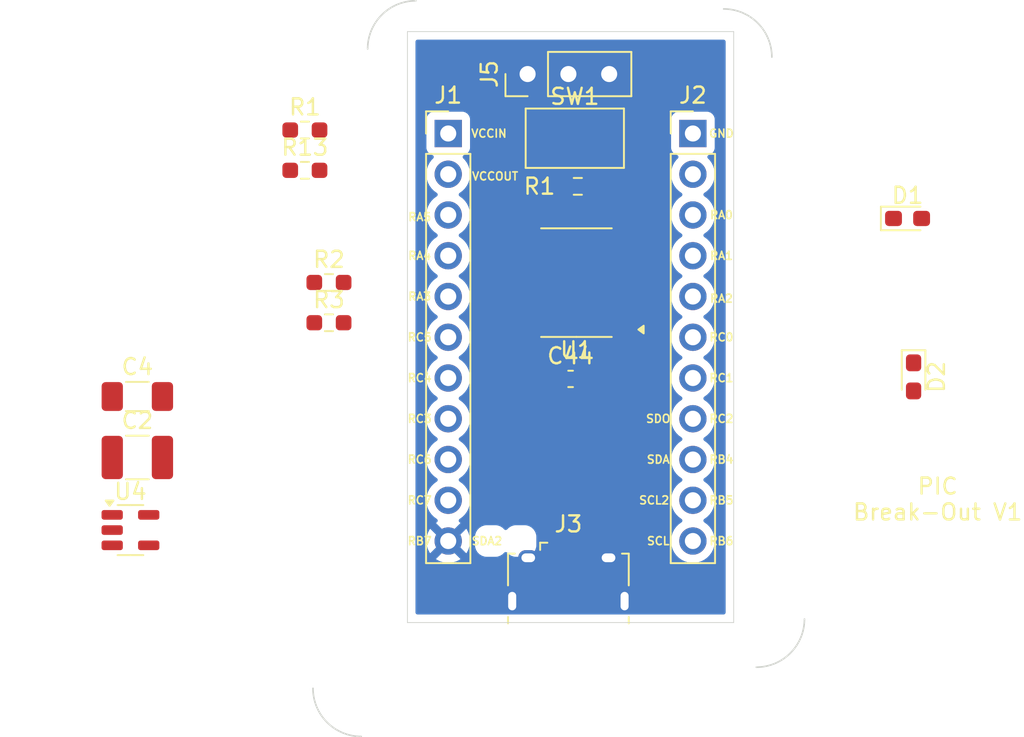
<source format=kicad_pcb>
(kicad_pcb (version 20241229) (generator "pcbnew") (generator_version "9.0")
  (layers (0 "F.Cu" signal) (2 "B.Cu" signal) (13 "F.Paste" user) (15 "B.Paste" user) (5 "F.SilkS" user "F.Silkscreen") (7 "B.SilkS" user "B.Silkscreen") (1 "F.Mask" user) (3 "B.Mask" user) (25 "Edge.Cuts" user))
  (net 0 "")
  (net 1 "GND")
  (net 2 "Net-(J3-VBUS)")
  (net 3 "Net-(D1-K)")
  (net 4 "PD1")
  (net 5 "Net-(D2-K)")
  (net 6 "PC5")
  (net 7 "PC3")
  (net 8 "PD3")
  (net 9 "+3V3")
  (net 10 "PD2")
  (net 11 "PD4")
  (net 16 "PC7")
  (net 17 "PC6")
  (net 18 "PC0")
  (net 19 "PD0")
  (net 20 "PC4")
  (net 21 "PD5")
  (net 22 "PC2")
  (net 23 "PA2")
  (net 24 "PA1")
  (net 25 "PC1")
  (net 26 "PD6")
  (net 28 "PD7")
  (footprint "LED_SMD:LED_0603_1608Metric_Pad1.05x0.95mm_HandSolder" (layer "F.Cu") (at 212.5 131.375 -90)
    (property "Reference" "D2" (at 0 -1.43 270) (layer "F.SilkS"))
    (property "Value" "LED")
    (fp_line (start -1.66 0.735) (end 0.8 0.735) (stroke (width 0.12)) (layer "F.SilkS"))
    (fp_line (start -1.66 -0.735) (end -1.66 0.735) (stroke (width 0.12)) (layer "F.SilkS"))
    (fp_line (start 0.8 -0.735) (end -1.66 -0.735) (stroke (width 0.12)) (layer "F.SilkS"))
    (pad "1" smd roundrect (at -0.875 0 270) (size 1.05 0.95) (layers "F.Cu" "F.Mask" "F.Paste") (net 5 "Net-(D2-K)"))
    (pad "2" smd roundrect (at 0.875 0 270) (size 1.05 0.95) (layers "F.Cu" "F.Mask" "F.Paste") (net 9 "+3V3"))
  )
  (footprint "Resistor_SMD:R_0603_1608Metric_Pad0.98x0.95mm_HandSolder" (layer "F.Cu") (at 191.5875 119.5)
    (property "Reference" "R1" (at -2.3895 0 0) (layer "F.SilkS"))
    (property "Value" "10k")
    (fp_line (start 0.254724 -0.5225) (end -0.254724 -0.5225) (stroke (width 0.12)) (layer "F.SilkS"))
    (fp_line (start 0.254724 0.5225) (end -0.254724 0.5225) (stroke (width 0.12)) (layer "F.SilkS"))
    (pad "1" smd roundrect (at -0.9125 0) (size 0.975 0.95) (layers "F.Cu" "F.Mask" "F.Paste") (net 9 "+3V3"))
    (pad "2" smd roundrect (at 0.9125 0) (size 0.975 0.95) (layers "F.Cu" "F.Mask" "F.Paste") (net 28 "PD7"))
  )
  (footprint "Connector_PinHeader_2.54mm:PinHeader_1x11_P2.54mm_Vertical" (layer "F.Cu") (at 183.515 116.205)
    (property "Reference" "J1" (at 0 -2.38 0) (layer "F.SilkS"))
    (property "Value" "Conn_01x11_Pin")
    (fp_line (start -1.38 -1.38) (end 0 -1.38) (stroke (width 0.12)) (layer "F.SilkS"))
    (fp_line (start -1.38 0) (end -1.38 -1.38) (stroke (width 0.12)) (layer "F.SilkS"))
    (fp_line (start -1.38 1.27) (end -1.38 26.78) (stroke (width 0.12)) (layer "F.SilkS"))
    (fp_line (start -1.38 1.27) (end 1.38 1.27) (stroke (width 0.12)) (layer "F.SilkS"))
    (fp_line (start -1.38 26.78) (end 1.38 26.78) (stroke (width 0.12)) (layer "F.SilkS"))
    (fp_line (start 1.38 1.27) (end 1.38 26.78) (stroke (width 0.12)) (layer "F.SilkS"))
    (pad "1" thru_hole rect (at 0 0) (size 1.7 1.7) (drill 1) (layers "*.Cu" "*.Mask") (net 6 "PC5"))
    (pad "2" thru_hole circle (at 0 2.54) (size 1.7 1.7) (drill 1) (layers "*.Cu" "*.Mask") (net 17 "PC6"))
    (pad "3" thru_hole circle (at 0 5.08) (size 1.7 1.7) (drill 1) (layers "*.Cu" "*.Mask") (net 16 "PC7"))
    (pad "4" thru_hole circle (at 0 7.62) (size 1.7 1.7) (drill 1) (layers "*.Cu" "*.Mask") (net 19 "PD0"))
    (pad "5" thru_hole circle (at 0 10.16) (size 1.7 1.7) (drill 1) (layers "*.Cu" "*.Mask") (net 4 "PD1"))
    (pad "6" thru_hole circle (at 0 12.7) (size 1.7 1.7) (drill 1) (layers "*.Cu" "*.Mask") (net 10 "PD2"))
    (pad "7" thru_hole circle (at 0 15.24) (size 1.7 1.7) (drill 1) (layers "*.Cu" "*.Mask") (net 8 "PD3"))
    (pad "8" thru_hole circle (at 0 17.78) (size 1.7 1.7) (drill 1) (layers "*.Cu" "*.Mask") (net 11 "PD4"))
    (pad "9" thru_hole circle (at 0 20.32) (size 1.7 1.7) (drill 1) (layers "*.Cu" "*.Mask") (net 28 "PD7"))
    (pad "10" thru_hole circle (at 0 22.86) (size 1.7 1.7) (drill 1) (layers "*.Cu" "*.Mask") (net 9 "+3V3"))
    (pad "11" thru_hole circle (at 0 25.4) (size 1.7 1.7) (drill 1) (layers "*.Cu" "*.Mask") (net 1 "GND"))
  )
  (footprint "Connector_PinHeader_2.54mm:PinHeader_1x11_P2.54mm_Vertical" (layer "F.Cu") (at 198.755 116.205)
    (property "Reference" "J2" (at 0 -2.38 0) (layer "F.SilkS"))
    (property "Value" "Conn_01x11_Pin")
    (fp_line (start -1.38 -1.38) (end 0 -1.38) (stroke (width 0.12)) (layer "F.SilkS"))
    (fp_line (start -1.38 0) (end -1.38 -1.38) (stroke (width 0.12)) (layer "F.SilkS"))
    (fp_line (start -1.38 1.27) (end -1.38 26.78) (stroke (width 0.12)) (layer "F.SilkS"))
    (fp_line (start -1.38 1.27) (end 1.38 1.27) (stroke (width 0.12)) (layer "F.SilkS"))
    (fp_line (start -1.38 26.78) (end 1.38 26.78) (stroke (width 0.12)) (layer "F.SilkS"))
    (fp_line (start 1.38 1.27) (end 1.38 26.78) (stroke (width 0.12)) (layer "F.SilkS"))
    (pad "1" thru_hole rect (at 0 0) (size 1.7 1.7) (drill 1) (layers "*.Cu" "*.Mask") (net 20 "PC4"))
    (pad "2" thru_hole circle (at 0 2.54) (size 1.7 1.7) (drill 1) (layers "*.Cu" "*.Mask") (net 7 "PC3"))
    (pad "3" thru_hole circle (at 0 5.08) (size 1.7 1.7) (drill 1) (layers "*.Cu" "*.Mask") (net 22 "PC2"))
    (pad "4" thru_hole circle (at 0 7.62) (size 1.7 1.7) (drill 1) (layers "*.Cu" "*.Mask") (net 25 "PC1"))
    (pad "5" thru_hole circle (at 0 10.16) (size 1.7 1.7) (drill 1) (layers "*.Cu" "*.Mask") (net 18 "PC0"))
    (pad "6" thru_hole circle (at 0 12.7) (size 1.7 1.7) (drill 1) (layers "*.Cu" "*.Mask") (net 23 "PA2"))
    (pad "7" thru_hole circle (at 0 15.24) (size 1.7 1.7) (drill 1) (layers "*.Cu" "*.Mask") (net 24 "PA1"))
    (pad "8" thru_hole circle (at 0 17.78) (size 1.7 1.7) (drill 1) (layers "*.Cu" "*.Mask") (net 26 "PD6"))
    (pad "9" thru_hole circle (at 0 20.32) (size 1.7 1.7) (drill 1) (layers "*.Cu" "*.Mask") (net 21 "PD5"))
    (pad "10" thru_hole circle (at 0 22.86) (size 1.7 1.7) (drill 1) (layers "*.Cu" "*.Mask") (net 9 "+3V3"))
    (pad "11" thru_hole circle (at 0 25.4) (size 1.7 1.7) (drill 1) (layers "*.Cu" "*.Mask") (net 1 "GND"))
  )
  (footprint "Package_TO_SOT_SMD:SOT-23-5" (layer "F.Cu") (at 163.7231 140.924)
    (property "Reference" "U4" (at 0 -2.4 0) (layer "F.SilkS"))
    (property "Value" "MIC5317-3.3YM5-TR")
    (fp_line (start 0 -1.56) (end -0.8 -1.56) (stroke (width 0.12)) (layer "F.SilkS"))
    (fp_line (start 0 -1.56) (end 0.8 -1.56) (stroke (width 0.12)) (layer "F.SilkS"))
    (fp_line (start 0 1.56) (end -0.8 1.56) (stroke (width 0.12)) (layer "F.SilkS"))
    (fp_line (start 0 1.56) (end 0.8 1.56) (stroke (width 0.12)) (layer "F.SilkS"))
    (fp_poly (pts (xy -1.3 -1.51) (xy -1.54 -1.84) (xy -1.06 -1.84)) (stroke (width 0.12)) (fill yes) (layer "F.SilkS"))
    (pad "1" smd roundrect (at -1.1375 -0.95) (size 1.325 0.6) (layers "F.Cu" "F.Mask" "F.Paste") (net 2 "Net-(J3-VBUS)"))
    (pad "2" smd roundrect (at -1.1375 0) (size 1.325 0.6) (layers "F.Cu" "F.Mask" "F.Paste") (net 1 "GND"))
    (pad "3" smd roundrect (at -1.1375 0.95) (size 1.325 0.6) (layers "F.Cu" "F.Mask" "F.Paste") (net 2 "Net-(J3-VBUS)"))
    (pad "4" smd roundrect (at 1.1375 0.95) (size 1.325 0.6) (layers "F.Cu" "F.Mask" "F.Paste"))
    (pad "5" smd roundrect (at 1.1375 -0.95) (size 1.325 0.6) (layers "F.Cu" "F.Mask" "F.Paste") (net 9 "+3V3"))
  )
  (footprint "Resistor_SMD:R_0603_1608Metric_Pad0.98x0.95mm_HandSolder" (layer "F.Cu") (at 174.5875 118.5)
    (property "Reference" "R13" (at 0 -1.43 0) (layer "F.SilkS"))
    (property "Value" "0R")
    (fp_line (start -0.254724 -0.5225) (end 0.254724 -0.5225) (stroke (width 0.12)) (layer "F.SilkS"))
    (fp_line (start -0.254724 0.5225) (end 0.254724 0.5225) (stroke (width 0.12)) (layer "F.SilkS"))
    (pad "1" smd roundrect (at -0.9125 0) (size 0.975 0.95) (layers "F.Cu" "F.Mask" "F.Paste") (net 9 "+3V3"))
    (pad "2" smd roundrect (at 0.9125 0) (size 0.975 0.95) (layers "F.Cu" "F.Mask" "F.Paste") (net 2 "Net-(J3-VBUS)"))
  )
  (footprint "LED_SMD:LED_0603_1608Metric_Pad1.05x0.95mm_HandSolder" (layer "F.Cu") (at 212.125 121.5)
    (property "Reference" "D1" (at 0 -1.43 0) (layer "F.SilkS"))
    (property "Value" "LED")
    (fp_line (start -1.66 -0.735) (end -1.66 0.735) (stroke (width 0.12)) (layer "F.SilkS"))
    (fp_line (start -1.66 0.735) (end 0.8 0.735) (stroke (width 0.12)) (layer "F.SilkS"))
    (fp_line (start 0.8 -0.735) (end -1.66 -0.735) (stroke (width 0.12)) (layer "F.SilkS"))
    (pad "1" smd roundrect (at -0.875 0) (size 1.05 0.95) (layers "F.Cu" "F.Mask" "F.Paste") (net 3 "Net-(D1-K)"))
    (pad "2" smd roundrect (at 0.875 0) (size 1.05 0.95) (layers "F.Cu" "F.Mask" "F.Paste") (net 9 "+3V3"))
  )
  (footprint "Capacitor_SMD:C_1206_3216Metric_Pad1.33x1.80mm_HandSolder" (layer "F.Cu") (at 164.1531 132.599)
    (property "Reference" "C4" (at 0 -1.85 0) (layer "F.SilkS"))
    (property "Value" "10uF/50V")
    (fp_line (start -0.711252 -0.91) (end 0.711252 -0.91) (stroke (width 0.12)) (layer "F.SilkS"))
    (fp_line (start -0.711252 0.91) (end 0.711252 0.91) (stroke (width 0.12)) (layer "F.SilkS"))
    (pad "1" smd roundrect (at -1.5625 0) (size 1.325 1.8) (layers "F.Cu" "F.Mask" "F.Paste") (roundrect_rratio 0.188679) (net 9 "+3V3"))
    (pad "2" smd roundrect (at 1.5625 0) (size 1.325 1.8) (layers "F.Cu" "F.Mask" "F.Paste") (roundrect_rratio 0.188679) (net 1 "GND"))
  )
  (footprint "Connector_PinHeader_2.54mm:PinHeader_1x03_P2.54mm_Vertical" (layer "F.Cu") (at 188.46 112.5 90)
    (property "Reference" "J5" (at 0 -2.38 90) (layer "F.SilkS"))
    (property "Value" "SWIO")
    (fp_line (start -1.38 -1.38) (end 0 -1.38) (stroke (width 0.12)) (layer "F.SilkS"))
    (fp_line (start -1.38 0) (end -1.38 -1.38) (stroke (width 0.12)) (layer "F.SilkS"))
    (fp_line (start 1.38 1.27) (end 1.38 6.46) (stroke (width 0.12)) (layer "F.SilkS"))
    (fp_line (start -1.38 1.27) (end 1.38 1.27) (stroke (width 0.12)) (layer "F.SilkS"))
    (fp_line (start -1.38 1.27) (end -1.38 6.46) (stroke (width 0.12)) (layer "F.SilkS"))
    (fp_line (start -1.38 6.46) (end 1.38 6.46) (stroke (width 0.12)) (layer "F.SilkS"))
    (pad "1" thru_hole rect (at 0 0 90) (size 1.7 1.7) (drill 1) (layers "*.Cu" "*.Mask") (net 9 "+3V3"))
    (pad "2" thru_hole circle (at 0 2.54 90) (size 1.7 1.7) (drill 1) (layers "*.Cu" "*.Mask") (net 1 "GND"))
    (pad "3" thru_hole circle (at 0 5.08 90) (size 1.7 1.7) (drill 1) (layers "*.Cu" "*.Mask") (net 4 "PD1"))
  )
  (footprint "Capacitor_SMD:C_1210_3225Metric_Pad1.33x2.70mm_HandSolder" (layer "F.Cu") (at 164.1531 136.399)
    (property "Reference" "C2" (at 0 -2.3 0) (layer "F.SilkS"))
    (property "Value" "22uF/25V")
    (fp_line (start -0.711252 -1.36) (end 0.711252 -1.36) (stroke (width 0.12)) (layer "F.SilkS"))
    (fp_line (start -0.711252 1.36) (end 0.711252 1.36) (stroke (width 0.12)) (layer "F.SilkS"))
    (pad "1" smd roundrect (at -1.5625 0) (size 1.325 2.7) (layers "F.Cu" "F.Mask" "F.Paste") (roundrect_rratio 0.188679) (net 2 "Net-(J3-VBUS)"))
    (pad "2" smd roundrect (at 1.5625 0) (size 1.325 2.7) (layers "F.Cu" "F.Mask" "F.Paste") (roundrect_rratio 0.188679) (net 1 "GND"))
  )
  (footprint "Resistor_SMD:R_0603_1608Metric_Pad0.98x0.95mm_HandSolder" (layer "F.Cu") (at 174.5875 115.99)
    (property "Reference" "R1" (at 0 -1.43 0) (layer "F.SilkS"))
    (property "Value" "10k")
    (fp_line (start -0.254724 -0.5225) (end 0.254724 -0.5225) (stroke (width 0.12)) (layer "F.SilkS"))
    (fp_line (start -0.254724 0.5225) (end 0.254724 0.5225) (stroke (width 0.12)) (layer "F.SilkS"))
    (pad "1" smd roundrect (at -0.9125 0) (size 0.975 0.95) (layers "F.Cu" "F.Mask" "F.Paste") (net 9 "+3V3"))
    (pad "2" smd roundrect (at 0.9125 0) (size 0.975 0.95) (layers "F.Cu" "F.Mask" "F.Paste") (net 28 "PD7"))
  )
  (footprint "Resistor_SMD:R_0603_1608Metric_Pad0.98x0.95mm_HandSolder" (layer "F.Cu") (at 176.0875 125.49)
    (property "Reference" "R2" (at 0 -1.43 0) (layer "F.SilkS"))
    (property "Value" "330R")
    (fp_line (start -0.254724 -0.5225) (end 0.254724 -0.5225) (stroke (width 0.12)) (layer "F.SilkS"))
    (fp_line (start -0.254724 0.5225) (end 0.254724 0.5225) (stroke (width 0.12)) (layer "F.SilkS"))
    (pad "1" smd roundrect (at -0.9125 0) (size 0.975 0.95) (layers "F.Cu" "F.Mask" "F.Paste") (net 3 "Net-(D1-K)"))
    (pad "2" smd roundrect (at 0.9125 0) (size 0.975 0.95) (layers "F.Cu" "F.Mask" "F.Paste") (net 1 "GND"))
  )
  (footprint "Button_Switch_SMD:SW_SPST_CK_RS282G05A3" (layer "F.Cu") (at 191.4 116.5)
    (property "Reference" "SW1" (at 0 -2.6 0) (layer "F.SilkS"))
    (property "Value" "SW_Push")
    (fp_line (start -3.06 -1.85) (end 3.06 -1.85) (stroke (width 0.12)) (layer "F.SilkS"))
    (fp_line (start -3.06 1.85) (end -3.06 -1.85) (stroke (width 0.12)) (layer "F.SilkS"))
    (fp_line (start 3.06 -1.85) (end 3.06 1.85) (stroke (width 0.12)) (layer "F.SilkS"))
    (fp_line (start 3.06 1.85) (end -3.06 1.85) (stroke (width 0.12)) (layer "F.SilkS"))
    (pad "1" smd rect (at -3.9 0) (size 1.5 1.5) (layers "F.Cu" "F.Mask" "F.Paste") (net 1 "GND"))
    (pad "2" smd rect (at 3.9 0) (size 1.5 1.5) (layers "F.Cu" "F.Mask" "F.Paste") (net 28 "PD7"))
  )
  (footprint "Package_SO:TSSOP-20_4.4x6.5mm_P0.65mm" (layer "F.Cu") (at 191.5 125.5 180)
    (property "Reference" "U1" (at 0 -4.2 0) (layer "F.SilkS"))
    (property "Value" "CH32V003FxPx")
    (fp_line (start 0 3.385) (end 2.2 3.385) (stroke (width 0.12)) (layer "F.SilkS"))
    (fp_line (start 0 3.385) (end -2.2 3.385) (stroke (width 0.12)) (layer "F.SilkS"))
    (fp_line (start 0 -3.385) (end 2.2 -3.385) (stroke (width 0.12)) (layer "F.SilkS"))
    (fp_line (start 0 -3.385) (end -2.2 -3.385) (stroke (width 0.12)) (layer "F.SilkS"))
    (fp_poly (pts (xy -3.86 -2.925) (xy -4.19 -2.685) (xy -4.19 -3.165)) (stroke (width 0.12)) (fill yes) (layer "F.SilkS"))
    (pad "1" smd roundrect (at -2.8625 -2.925 180) (size 1.475 0.4) (layers "F.Cu" "F.Mask" "F.Paste") (net 11 "PD4"))
    (pad "2" smd roundrect (at -2.8625 -2.275 180) (size 1.475 0.4) (layers "F.Cu" "F.Mask" "F.Paste") (net 21 "PD5"))
    (pad "3" smd roundrect (at -2.8625 -1.625 180) (size 1.475 0.4) (layers "F.Cu" "F.Mask" "F.Paste") (net 26 "PD6"))
    (pad "4" smd roundrect (at -2.8625 -0.975 180) (size 1.475 0.4) (layers "F.Cu" "F.Mask" "F.Paste") (net 28 "PD7"))
    (pad "5" smd roundrect (at -2.8625 -0.325 180) (size 1.475 0.4) (layers "F.Cu" "F.Mask" "F.Paste") (net 24 "PA1"))
    (pad "6" smd roundrect (at -2.8625 0.325 180) (size 1.475 0.4) (layers "F.Cu" "F.Mask" "F.Paste") (net 23 "PA2"))
    (pad "7" smd roundrect (at -2.8625 0.975 180) (size 1.475 0.4) (layers "F.Cu" "F.Mask" "F.Paste") (net 1 "GND"))
    (pad "8" smd roundrect (at -2.8625 1.625 180) (size 1.475 0.4) (layers "F.Cu" "F.Mask" "F.Paste") (net 19 "PD0"))
    (pad "9" smd roundrect (at -2.8625 2.275 180) (size 1.475 0.4) (layers "F.Cu" "F.Mask" "F.Paste") (net 9 "+3V3"))
    (pad "10" smd roundrect (at -2.8625 2.925 180) (size 1.475 0.4) (layers "F.Cu" "F.Mask" "F.Paste") (net 18 "PC0"))
    (pad "11" smd roundrect (at 2.8625 2.925 180) (size 1.475 0.4) (layers "F.Cu" "F.Mask" "F.Paste") (net 25 "PC1"))
    (pad "12" smd roundrect (at 2.8625 2.275 180) (size 1.475 0.4) (layers "F.Cu" "F.Mask" "F.Paste") (net 22 "PC2"))
    (pad "13" smd roundrect (at 2.8625 1.625 180) (size 1.475 0.4) (layers "F.Cu" "F.Mask" "F.Paste") (net 7 "PC3"))
    (pad "14" smd roundrect (at 2.8625 0.975 180) (size 1.475 0.4) (layers "F.Cu" "F.Mask" "F.Paste") (net 20 "PC4"))
    (pad "15" smd roundrect (at 2.8625 0.325 180) (size 1.475 0.4) (layers "F.Cu" "F.Mask" "F.Paste") (net 6 "PC5"))
    (pad "16" smd roundrect (at 2.8625 -0.325 180) (size 1.475 0.4) (layers "F.Cu" "F.Mask" "F.Paste") (net 17 "PC6"))
    (pad "17" smd roundrect (at 2.8625 -0.975 180) (size 1.475 0.4) (layers "F.Cu" "F.Mask" "F.Paste") (net 16 "PC7"))
    (pad "18" smd roundrect (at 2.8625 -1.625 180) (size 1.475 0.4) (layers "F.Cu" "F.Mask" "F.Paste") (net 4 "PD1"))
    (pad "19" smd roundrect (at 2.8625 -2.275 180) (size 1.475 0.4) (layers "F.Cu" "F.Mask" "F.Paste") (net 10 "PD2"))
    (pad "20" smd roundrect (at 2.8625 -2.925 180) (size 1.475 0.4) (layers "F.Cu" "F.Mask" "F.Paste") (net 8 "PD3"))
  )
  (footprint "Resistor_SMD:R_0603_1608Metric_Pad0.98x0.95mm_HandSolder" (layer "F.Cu") (at 176.0875 128)
    (property "Reference" "R3" (at 0 -1.43 0) (layer "F.SilkS"))
    (property "Value" "330R")
    (fp_line (start -0.254724 -0.5225) (end 0.254724 -0.5225) (stroke (width 0.12)) (layer "F.SilkS"))
    (fp_line (start -0.254724 0.5225) (end 0.254724 0.5225) (stroke (width 0.12)) (layer "F.SilkS"))
    (pad "1" smd roundrect (at -0.9125 0) (size 0.975 0.95) (layers "F.Cu" "F.Mask" "F.Paste") (net 5 "Net-(D2-K)"))
    (pad "2" smd roundrect (at 0.9125 0) (size 0.975 0.95) (layers "F.Cu" "F.Mask" "F.Paste") (net 4 "PD1"))
  )
  (footprint "Connector_USB:USB_Micro-B_Amphenol_10118194-0001LF_Horizontal" (layer "F.Cu") (at 191 144.05)
    (property "Reference" "J3" (at 0 -3.5 0) (layer "F.SilkS"))
    (property "Value" "USB_B_Micro")
    (fp_line (start -3.76 -1.66) (end -3.34 -1.66) (stroke (width 0.12)) (layer "F.SilkS"))
    (fp_line (start -3.76 0.32) (end -3.76 -1.66) (stroke (width 0.12)) (layer "F.SilkS"))
    (fp_line (start -3.76 2.69) (end -3.76 2.29) (stroke (width 0.12)) (layer "F.SilkS"))
    (fp_line (start -1.76 -1.89) (end -1.76 -2.34) (stroke (width 0.12)) (layer "F.SilkS"))
    (fp_line (start -1.31 -2.34) (end -1.76 -2.34) (stroke (width 0.12)) (layer "F.SilkS"))
    (fp_line (start 3.76 -1.66) (end 3.34 -1.66) (stroke (width 0.12)) (layer "F.SilkS"))
    (fp_line (start 3.76 0.32) (end 3.76 -1.66) (stroke (width 0.12)) (layer "F.SilkS"))
    (fp_line (start 3.76 2.29) (end 3.76 2.69) (stroke (width 0.12)) (layer "F.SilkS"))
    (pad "1" smd roundrect (at -1.3 -1.4) (size 0.4 1.35) (layers "F.Cu" "F.Mask" "F.Paste") (net 2 "Net-(J3-VBUS)"))
    (pad "2" smd roundrect (at -0.65 -1.4) (size 0.4 1.35) (layers "F.Cu" "F.Mask" "F.Paste"))
    (pad "3" smd roundrect (at 0 -1.4) (size 0.4 1.35) (layers "F.Cu" "F.Mask" "F.Paste"))
    (pad "4" smd roundrect (at 0.65 -1.4) (size 0.4 1.35) (layers "F.Cu" "F.Mask" "F.Paste"))
    (pad "5" smd roundrect (at 1.3 -1.4) (size 0.4 1.35) (layers "F.Cu" "F.Mask" "F.Paste") (net 1 "GND"))
    (pad "6" thru_hole oval (at -3.5 1.3) (size 0.89 1.55) (drill oval 0.5 1.15) (property pad_prop_heatsink) (layers "*.Cu" "*.Mask"))
    (pad "6" smd roundrect (at -3.025 1.3) (size 1.45 1.55) (layers "F.Cu" "F.Mask" "F.Paste") (roundrect_rratio 0.1724137931))
    (pad "6" thru_hole oval (at -2.5 -1.4) (size 1.25 0.95) (drill oval 0.85 0.55) (property pad_prop_heatsink) (layers "*.Cu" "*.Mask"))
    (pad "6" smd roundrect (at -1 1.3) (size 1.5 1.55) (layers "F.Cu" "F.Mask" "F.Paste") (roundrect_rratio 0.1666666667))
    (pad "6" smd roundrect (at 1 1.3) (size 1.5 1.55) (layers "F.Cu" "F.Mask" "F.Paste") (roundrect_rratio 0.1666666667))
    (pad "6" thru_hole oval (at 2.5 -1.4) (size 1.25 0.95) (drill oval 0.85 0.55) (property pad_prop_heatsink) (layers "*.Cu" "*.Mask"))
    (pad "6" smd roundrect (at 3.025 1.3) (size 1.45 1.55) (layers "F.Cu" "F.Mask" "F.Paste") (roundrect_rratio 0.1724137931))
    (pad "6" thru_hole oval (at 3.5 1.3) (size 0.89 1.55) (drill oval 0.5 1.15) (property pad_prop_heatsink) (layers "*.Cu" "*.Mask"))
  )
  (footprint "Capacitor_SMD:C_0603_1608Metric_Pad1.08x0.95mm_HandSolder" (layer "F.Cu") (at 191.1375 131.5)
    (property "Reference" "C44" (at 0 -1.43 0) (layer "F.SilkS"))
    (property "Value" "1uF")
    (fp_line (start -0.146267 -0.51) (end 0.146267 -0.51) (stroke (width 0.12)) (layer "F.SilkS"))
    (fp_line (start -0.146267 0.51) (end 0.146267 0.51) (stroke (width 0.12)) (layer "F.SilkS"))
    (pad "1" smd roundrect (at -0.8625 0) (size 1.075 0.95) (layers "F.Cu" "F.Mask" "F.Paste") (net 1 "GND"))
    (pad "2" smd roundrect (at 0.8625 0) (size 1.075 0.95) (layers "F.Cu" "F.Mask" "F.Paste") (net 9 "+3V3"))
  )
  (gr_line (start 180.975 146.685) (end 180.975 109.855) (stroke (width 0.05)) (layer "Edge.Cuts"))
  (gr_arc (start 178.092526 153.786674) (mid 175.971212 152.907988) (end 175.092526 150.786674) (stroke (width 0.1)) (layer "Edge.Cuts"))
  (gr_line (start 180.975 109.855) (end 201.295 109.855) (stroke (width 0.05)) (layer "Edge.Cuts"))
  (gr_arc (start 178.496126 110.934926) (mid 179.374798 108.813598) (end 181.496126 107.934926) (stroke (width 0.1)) (layer "Edge.Cuts"))
  (gr_arc (start 200.672274 108.442926) (mid 202.7936 109.3216) (end 203.672274 111.442926) (stroke (width 0.1)) (layer "Edge.Cuts"))
  (gr_arc (start 205.704274 146.468674) (mid 204.825601 148.590001) (end 202.704274 149.468674) (stroke (width 0.1)) (layer "Edge.Cuts"))
  (gr_line (start 201.295 109.855) (end 201.295 146.685) (stroke (width 0.05)) (layer "Edge.Cuts"))
  (gr_line (start 201.295 146.685) (end 180.975 146.685) (stroke (width 0.05)) (layer "Edge.Cuts"))
  (gr_text "VCCOUT" (at 186.436 118.872 0) (layer "F.SilkS") (effects (font (size 0.5 0.5) (thickness 0.1))))
  (gr_text "RA5" (at 181.737 121.412 0) (layer "F.SilkS") (effects (font (size 0.5 0.5) (thickness 0.1))))
  (gr_text "RA4" (at 181.737 123.825 0) (layer "F.SilkS") (effects (font (size 0.5 0.5) (thickness 0.1))))
  (gr_text "RA3" (at 181.737 126.365 0) (layer "F.SilkS") (effects (font (size 0.5 0.5) (thickness 0.1))))
  (gr_text "RC5" (at 181.737 128.905 0) (layer "F.SilkS") (effects (font (size 0.5 0.5) (thickness 0.1))))
  (gr_text "RC4" (at 181.737 131.445 0) (layer "F.SilkS") (effects (font (size 0.5 0.5) (thickness 0.1))))
  (gr_text "RC3" (at 181.737 133.985 0) (layer "F.SilkS") (effects (font (size 0.5 0.5) (thickness 0.1))))
  (gr_text "RC6" (at 181.737 136.525 0) (layer "F.SilkS") (effects (font (size 0.5 0.5) (thickness 0.1))))
  (gr_text "RC7" (at 181.737 139.065 0) (layer "F.SilkS") (effects (font (size 0.5 0.5) (thickness 0.1))))
  (gr_text "RB7" (at 181.737 141.605 0) (layer "F.SilkS") (effects (font (size 0.5 0.5) (thickness 0.1))))
  (gr_text "SDA2" (at 185.928 141.605 0) (layer "F.SilkS") (effects (font (size 0.5 0.5) (thickness 0.1))))
  (gr_text "GND" (at 200.533 116.205 0) (layer "F.SilkS") (effects (font (size 0.5 0.5) (thickness 0.1))))
  (gr_text "RA0" (at 200.533 121.285 0) (layer "F.SilkS") (effects (font (size 0.5 0.5) (thickness 0.1))))
  (gr_text "RA1" (at 200.533 123.825 0) (layer "F.SilkS") (effects (font (size 0.5 0.5) (thickness 0.1))))
  (gr_text "RA2" (at 200.533 126.492 0) (layer "F.SilkS") (effects (font (size 0.5 0.5) (thickness 0.1))))
  (gr_text "RC0" (at 200.533 128.905 0) (layer "F.SilkS") (effects (font (size 0.5 0.5) (thickness 0.1))))
  (gr_text "RC1" (at 200.533 131.445 0) (layer "F.SilkS") (effects (font (size 0.5 0.5) (thickness 0.1))))
  (gr_text "RC2" (at 200.533 133.985 0) (layer "F.SilkS") (effects (font (size 0.5 0.5) (thickness 0.1))))
  (gr_text "SDO" (at 196.596 133.985 0) (layer "F.SilkS") (effects (font (size 0.5 0.5) (thickness 0.1))))
  (gr_text "RB4" (at 200.533 136.525 0) (layer "F.SilkS") (effects (font (size 0.5 0.5) (thickness 0.1))))
  (gr_text "SDA" (at 196.596 136.525 0) (layer "F.SilkS") (effects (font (size 0.5 0.5) (thickness 0.1))))
  (gr_text "RB5" (at 200.533 139.065 0) (layer "F.SilkS") (effects (font (size 0.5 0.5) (thickness 0.1))))
  (gr_text "SCL2" (at 196.342 139.065 0) (layer "F.SilkS") (effects (font (size 0.5 0.5) (thickness 0.1))))
  (gr_text "RB6" (at 200.533 141.605 0) (layer "F.SilkS") (effects (font (size 0.5 0.5) (thickness 0.1))))
  (gr_text "SCL" (at 196.596 141.605 0) (layer "F.SilkS") (effects (font (size 0.5 0.5) (thickness 0.1))))
  (gr_text "PIC\nBreak-Out V1" (at 214 139 0) (layer "F.SilkS") (effects (font (size 1 1))))
  (gr_text "VCCIN" (at 186.055 116.205 0) (layer "F.SilkS") (effects (font (size 0.5 0.5) (thickness 0.1))))
  (zone (net 1) (net_name "GND") (layer "B.Cu") (connect_pads (clearance 0.508)) (min_thickness 0.254) (fill yes (thermal_gap 0.508) (thermal_bridge_width 0.508))
    (polygon (pts (xy 201.295 146.685) (xy 180.975 146.685) (xy 180.975 109.855) (xy 201.295 109.855)))
  )
)
</source>
